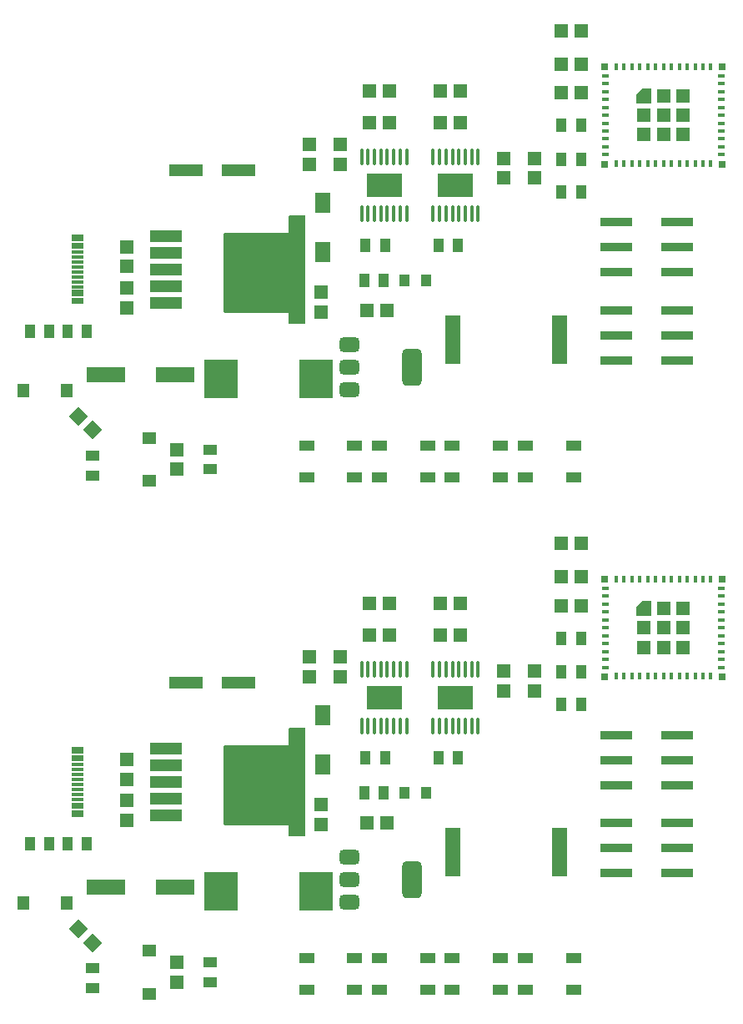
<source format=gbr>
%TF.GenerationSoftware,KiCad,Pcbnew,9.0.2*%
%TF.CreationDate,2025-11-24T12:35:19-05:00*%
%TF.ProjectId,carkit PANEL,6361726b-6974-4205-9041-4e454c2e6b69,rev?*%
%TF.SameCoordinates,Original*%
%TF.FileFunction,Paste,Top*%
%TF.FilePolarity,Positive*%
%FSLAX46Y46*%
G04 Gerber Fmt 4.6, Leading zero omitted, Abs format (unit mm)*
G04 Created by KiCad (PCBNEW 9.0.2) date 2025-11-24 12:35:19*
%MOMM*%
%LPD*%
G01*
G04 APERTURE LIST*
G04 Aperture macros list*
%AMRoundRect*
0 Rectangle with rounded corners*
0 $1 Rounding radius*
0 $2 $3 $4 $5 $6 $7 $8 $9 X,Y pos of 4 corners*
0 Add a 4 corners polygon primitive as box body*
4,1,4,$2,$3,$4,$5,$6,$7,$8,$9,$2,$3,0*
0 Add four circle primitives for the rounded corners*
1,1,$1+$1,$2,$3*
1,1,$1+$1,$4,$5*
1,1,$1+$1,$6,$7*
1,1,$1+$1,$8,$9*
0 Add four rect primitives between the rounded corners*
20,1,$1+$1,$2,$3,$4,$5,0*
20,1,$1+$1,$4,$5,$6,$7,0*
20,1,$1+$1,$6,$7,$8,$9,0*
20,1,$1+$1,$8,$9,$2,$3,0*%
%AMRotRect*
0 Rectangle, with rotation*
0 The origin of the aperture is its center*
0 $1 length*
0 $2 width*
0 $3 Rotation angle, in degrees counterclockwise*
0 Add horizontal line*
21,1,$1,$2,0,0,$3*%
%AMFreePoly0*
4,1,21,4.105355,5.815355,4.120000,5.780000,4.120000,-5.140000,4.105355,-5.175355,4.070000,-5.190000,2.540000,-5.190000,2.504645,-5.175355,2.490000,-5.140000,2.490000,-4.050000,-4.060000,-4.050000,-4.095355,-4.035355,-4.110000,-4.000000,-4.110000,4.000000,-4.095355,4.035355,-4.060000,4.050000,2.490000,4.050000,2.490000,5.780000,2.504645,5.815355,2.540000,5.830000,4.070000,5.830000,
4.105355,5.815355,4.105355,5.815355,$1*%
%AMFreePoly1*
4,1,6,0.725000,-0.725000,-0.725000,-0.725000,-0.725000,0.125000,-0.125000,0.725000,0.725000,0.725000,0.725000,-0.725000,0.725000,-0.725000,$1*%
G04 Aperture macros list end*
%ADD10R,1.350000X1.410000*%
%ADD11RotRect,1.410000X1.350000X135.000000*%
%ADD12R,1.410000X1.350000*%
%ADD13FreePoly0,0.000000*%
%ADD14R,3.200000X1.150000*%
%ADD15R,3.500000X4.000000*%
%ADD16R,3.550000X2.460000*%
%ADD17O,0.340000X1.750000*%
%ADD18C,0.610000*%
%ADD19R,3.500000X1.200000*%
%ADD20RoundRect,0.375000X-0.625000X-0.375000X0.625000X-0.375000X0.625000X0.375000X-0.625000X0.375000X0*%
%ADD21RoundRect,0.500000X-0.500000X-1.400000X0.500000X-1.400000X0.500000X1.400000X-0.500000X1.400000X0*%
%ADD22R,1.540000X2.060000*%
%ADD23R,1.360000X1.230000*%
%ADD24R,1.500000X1.000000*%
%ADD25R,1.500000X5.000000*%
%ADD26R,1.130000X1.380000*%
%ADD27R,1.230000X1.360000*%
%ADD28R,4.000000X1.600000*%
%ADD29R,1.380000X1.130000*%
%ADD30R,3.300000X0.850000*%
%ADD31R,1.000000X1.250000*%
%ADD32R,0.700000X0.700000*%
%ADD33R,1.450000X1.450000*%
%ADD34FreePoly1,0.000000*%
%ADD35R,0.400000X0.800000*%
%ADD36R,0.800000X0.400000*%
%ADD37R,1.300000X0.300000*%
G04 APERTURE END LIST*
D10*
%TO.C,C23*%
X96941250Y-61158750D03*
X96941250Y-59158750D03*
%TD*%
D11*
%TO.C,C25*%
X72327038Y-71744538D03*
X73741250Y-73158750D03*
%TD*%
D12*
%TO.C,C27*%
X123341250Y-32663750D03*
X121341250Y-32663750D03*
%TD*%
D13*
%TO.C,U7*%
X91221250Y-57188750D03*
D14*
X81201250Y-60268750D03*
X81201250Y-58568750D03*
X81201250Y-56868750D03*
X81201250Y-55168750D03*
X81201250Y-53468750D03*
%TD*%
D15*
%TO.C,L2*%
X86821250Y-67958750D03*
X96421250Y-67958750D03*
%TD*%
D16*
%TO.C,U10*%
X110621250Y-48288750D03*
D17*
X108341250Y-45418750D03*
X108991250Y-45418750D03*
X109641250Y-45418750D03*
X110301250Y-45418750D03*
X110951250Y-45418750D03*
X111601250Y-45418750D03*
X112251250Y-45418750D03*
X112901250Y-45418750D03*
X112901250Y-51158750D03*
X112251250Y-51158750D03*
X111601250Y-51158750D03*
X110951250Y-51158750D03*
X110301250Y-51158750D03*
X109641250Y-51158750D03*
X108991250Y-51158750D03*
X108341250Y-51158750D03*
D18*
X111121250Y-48788750D03*
X111121250Y-47788750D03*
X110121250Y-48788750D03*
X110121250Y-47788750D03*
%TD*%
D10*
%TO.C,C21*%
X77221250Y-54558750D03*
X77221250Y-56558750D03*
%TD*%
D16*
%TO.C,U9*%
X103366250Y-48288750D03*
D17*
X101086250Y-45418750D03*
X101736250Y-45418750D03*
X102386250Y-45418750D03*
X103046250Y-45418750D03*
X103696250Y-45418750D03*
X104346250Y-45418750D03*
X104996250Y-45418750D03*
X105646250Y-45418750D03*
X105646250Y-51158750D03*
X104996250Y-51158750D03*
X104346250Y-51158750D03*
X103696250Y-51158750D03*
X103046250Y-51158750D03*
X102386250Y-51158750D03*
X101736250Y-51158750D03*
X101086250Y-51158750D03*
D18*
X103866250Y-48788750D03*
X103866250Y-47788750D03*
X102866250Y-48788750D03*
X102866250Y-47788750D03*
%TD*%
D19*
%TO.C,C20*%
X88611250Y-46758750D03*
X83271250Y-46758750D03*
%TD*%
D12*
%TO.C,C29*%
X121341250Y-38958750D03*
X123341250Y-38958750D03*
%TD*%
D20*
%TO.C,U8*%
X99871250Y-69088750D03*
D21*
X106171250Y-66788750D03*
D20*
X99871250Y-66788750D03*
X99871250Y-64488750D03*
%TD*%
D22*
%TO.C,D7*%
X97141250Y-55058750D03*
X97141250Y-50058750D03*
%TD*%
D23*
%TO.C,SW4*%
X79541250Y-73958750D03*
X79541250Y-78318750D03*
%TD*%
D12*
%TO.C,C35*%
X111066250Y-38758750D03*
X109066250Y-38758750D03*
%TD*%
D24*
%TO.C,D11*%
X102891250Y-77958750D03*
X102891250Y-74758750D03*
X107791250Y-74758750D03*
X107791250Y-77958750D03*
%TD*%
D10*
%TO.C,C26*%
X82341250Y-75138750D03*
X82341250Y-77138750D03*
%TD*%
D25*
%TO.C,BUZZER2*%
X121141250Y-63958750D03*
X110341250Y-63958750D03*
%TD*%
D26*
%TO.C,R19*%
X103466250Y-54388750D03*
X101466250Y-54388750D03*
%TD*%
D12*
%TO.C,C28*%
X123341250Y-36013750D03*
X121341250Y-36013750D03*
%TD*%
%TO.C,C34*%
X109066250Y-41958750D03*
X111066250Y-41958750D03*
%TD*%
D27*
%TO.C,SW3*%
X66781250Y-69158750D03*
X71141250Y-69158750D03*
%TD*%
D28*
%TO.C,C38*%
X82141250Y-67558750D03*
X75141250Y-67558750D03*
%TD*%
D26*
%TO.C,R11*%
X123341250Y-42263750D03*
X121341250Y-42263750D03*
%TD*%
%TO.C,R13*%
X67401250Y-63108750D03*
X69401250Y-63108750D03*
%TD*%
D12*
%TO.C,C30*%
X101866250Y-41958750D03*
X103866250Y-41958750D03*
%TD*%
D10*
%TO.C,C22*%
X77221250Y-58758750D03*
X77221250Y-60758750D03*
%TD*%
D26*
%TO.C,R14*%
X71201250Y-63108750D03*
X73201250Y-63108750D03*
%TD*%
D12*
%TO.C,C31*%
X101866250Y-38758750D03*
X103866250Y-38758750D03*
%TD*%
%TO.C,C24*%
X101621250Y-60988750D03*
X103621250Y-60988750D03*
%TD*%
D24*
%TO.C,D10*%
X110291250Y-77958750D03*
X110291250Y-74758750D03*
X115191250Y-74758750D03*
X115191250Y-77958750D03*
%TD*%
D29*
%TO.C,R15*%
X73741250Y-75758750D03*
X73741250Y-77758750D03*
%TD*%
%TO.C,R16*%
X85741250Y-77138750D03*
X85741250Y-75138750D03*
%TD*%
D26*
%TO.C,R12*%
X123341250Y-45663750D03*
X121341250Y-45663750D03*
%TD*%
D30*
%TO.C,J9*%
X126941250Y-60988750D03*
X133081250Y-60988750D03*
X126941250Y-63528750D03*
X133081250Y-63528750D03*
X126941250Y-66068750D03*
X133081250Y-66068750D03*
%TD*%
D10*
%TO.C,C33*%
X95741250Y-44188750D03*
X95741250Y-46188750D03*
%TD*%
%TO.C,C36*%
X115466250Y-47588750D03*
X115466250Y-45588750D03*
%TD*%
D24*
%TO.C,D8*%
X117691250Y-77958750D03*
X117691250Y-74758750D03*
X122591250Y-74758750D03*
X122591250Y-77958750D03*
%TD*%
D30*
%TO.C,J10*%
X126941250Y-52078750D03*
X133081250Y-52078750D03*
X126941250Y-54618750D03*
X133081250Y-54618750D03*
X126941250Y-57158750D03*
X133081250Y-57158750D03*
%TD*%
D26*
%TO.C,R18*%
X123341250Y-48958750D03*
X121341250Y-48958750D03*
%TD*%
D31*
%TO.C,D9*%
X105441250Y-57958750D03*
X107641250Y-57958750D03*
%TD*%
D26*
%TO.C,R20*%
X110866250Y-54388750D03*
X108866250Y-54388750D03*
%TD*%
D10*
%TO.C,C37*%
X118666250Y-47588750D03*
X118666250Y-45588750D03*
%TD*%
D32*
%TO.C,U6*%
X125791250Y-36263750D03*
X125791250Y-46163750D03*
X137691250Y-46163750D03*
X137691250Y-36263750D03*
D33*
X133716250Y-43188750D03*
X133716250Y-41213750D03*
X133716250Y-39238750D03*
X131741250Y-43188750D03*
X131741250Y-41213750D03*
X131741250Y-39238750D03*
X129766250Y-43188750D03*
X129766250Y-41213750D03*
D34*
X129766250Y-39238750D03*
D35*
X126941250Y-36313750D03*
X127741250Y-36313750D03*
X128541250Y-36313750D03*
X129341250Y-36313750D03*
X130141250Y-36313750D03*
X130941250Y-36313750D03*
X131741250Y-36313750D03*
X132541250Y-36313750D03*
X133341250Y-36313750D03*
X134141250Y-36313750D03*
X134941250Y-36313750D03*
X135741250Y-36313750D03*
X136541250Y-36313750D03*
D36*
X137641250Y-37213750D03*
X137641250Y-38013750D03*
X137641250Y-38813750D03*
X137641250Y-39613750D03*
X137641250Y-40413750D03*
X137641250Y-41213750D03*
X137641250Y-42013750D03*
X137641250Y-42813750D03*
X137641250Y-43613750D03*
X137641250Y-44413750D03*
X137641250Y-45213750D03*
D35*
X136541250Y-46113750D03*
X135741250Y-46113750D03*
X134941250Y-46113750D03*
X134141250Y-46113750D03*
X133341250Y-46113750D03*
X132541250Y-46113750D03*
X131741250Y-46113750D03*
X130941250Y-46113750D03*
X130141250Y-46113750D03*
X129341250Y-46113750D03*
X128541250Y-46113750D03*
X127741250Y-46113750D03*
X126941250Y-46113750D03*
D36*
X125841250Y-45213750D03*
X125841250Y-44413750D03*
X125841250Y-43613750D03*
X125841250Y-42813750D03*
X125841250Y-42013750D03*
X125841250Y-41213750D03*
X125841250Y-40413750D03*
X125841250Y-39613750D03*
X125841250Y-38813750D03*
X125841250Y-38013750D03*
X125841250Y-37213750D03*
%TD*%
D37*
%TO.C,P2*%
X72263750Y-53808750D03*
X72263750Y-54608750D03*
X72263750Y-55108750D03*
X72263750Y-56108750D03*
X72263750Y-57608750D03*
X72263750Y-58608750D03*
X72263750Y-59108750D03*
X72263750Y-59908750D03*
X72263750Y-60208750D03*
X72263750Y-59408750D03*
X72263750Y-58108750D03*
X72263750Y-57108750D03*
X72263750Y-56608750D03*
X72263750Y-55608750D03*
X72263750Y-54308750D03*
X72263750Y-53508750D03*
%TD*%
D26*
%TO.C,R17*%
X103341250Y-57958750D03*
X101341250Y-57958750D03*
%TD*%
D24*
%TO.C,D12*%
X95491250Y-77958750D03*
X95491250Y-74758750D03*
X100391250Y-74758750D03*
X100391250Y-77958750D03*
%TD*%
D10*
%TO.C,C32*%
X98941250Y-44188750D03*
X98941250Y-46188750D03*
%TD*%
%TO.C,C4*%
X96941250Y-113158750D03*
X96941250Y-111158750D03*
%TD*%
D11*
%TO.C,C6*%
X72327038Y-123744538D03*
X73741250Y-125158750D03*
%TD*%
D12*
%TO.C,C8*%
X123341250Y-84663750D03*
X121341250Y-84663750D03*
%TD*%
D13*
%TO.C,U2*%
X91221250Y-109188750D03*
D14*
X81201250Y-112268750D03*
X81201250Y-110568750D03*
X81201250Y-108868750D03*
X81201250Y-107168750D03*
X81201250Y-105468750D03*
%TD*%
D15*
%TO.C,L1*%
X86821250Y-119958750D03*
X96421250Y-119958750D03*
%TD*%
D20*
%TO.C,U3*%
X99871250Y-121088750D03*
D21*
X106171250Y-118788750D03*
D20*
X99871250Y-118788750D03*
X99871250Y-116488750D03*
%TD*%
D22*
%TO.C,D1*%
X97141250Y-107058750D03*
X97141250Y-102058750D03*
%TD*%
D23*
%TO.C,SW2*%
X79541250Y-125958750D03*
X79541250Y-130318750D03*
%TD*%
D10*
%TO.C,C2*%
X77221250Y-106558750D03*
X77221250Y-108558750D03*
%TD*%
D24*
%TO.C,D5*%
X102891250Y-129958750D03*
X102891250Y-126758750D03*
X107791250Y-126758750D03*
X107791250Y-129958750D03*
%TD*%
D10*
%TO.C,C7*%
X82341250Y-127138750D03*
X82341250Y-129138750D03*
%TD*%
D25*
%TO.C,BUZZER1*%
X121141250Y-115958750D03*
X110341250Y-115958750D03*
%TD*%
D12*
%TO.C,C9*%
X123341250Y-88013750D03*
X121341250Y-88013750D03*
%TD*%
%TO.C,C15*%
X109066250Y-93958750D03*
X111066250Y-93958750D03*
%TD*%
D27*
%TO.C,SW1*%
X66781250Y-121158750D03*
X71141250Y-121158750D03*
%TD*%
D12*
%TO.C,C16*%
X111066250Y-90758750D03*
X109066250Y-90758750D03*
%TD*%
D28*
%TO.C,C19*%
X82141250Y-119558750D03*
X75141250Y-119558750D03*
%TD*%
D26*
%TO.C,R1*%
X123341250Y-94263750D03*
X121341250Y-94263750D03*
%TD*%
%TO.C,R3*%
X67401250Y-115108750D03*
X69401250Y-115108750D03*
%TD*%
D12*
%TO.C,C11*%
X101866250Y-93958750D03*
X103866250Y-93958750D03*
%TD*%
D10*
%TO.C,C3*%
X77221250Y-110758750D03*
X77221250Y-112758750D03*
%TD*%
D26*
%TO.C,R4*%
X71201250Y-115108750D03*
X73201250Y-115108750D03*
%TD*%
%TO.C,R9*%
X103466250Y-106388750D03*
X101466250Y-106388750D03*
%TD*%
D16*
%TO.C,U5*%
X110621250Y-100288750D03*
D17*
X108341250Y-97418750D03*
X108991250Y-97418750D03*
X109641250Y-97418750D03*
X110301250Y-97418750D03*
X110951250Y-97418750D03*
X111601250Y-97418750D03*
X112251250Y-97418750D03*
X112901250Y-97418750D03*
X112901250Y-103158750D03*
X112251250Y-103158750D03*
X111601250Y-103158750D03*
X110951250Y-103158750D03*
X110301250Y-103158750D03*
X109641250Y-103158750D03*
X108991250Y-103158750D03*
X108341250Y-103158750D03*
D18*
X111121250Y-100788750D03*
X111121250Y-99788750D03*
X110121250Y-100788750D03*
X110121250Y-99788750D03*
%TD*%
D12*
%TO.C,C12*%
X101866250Y-90758750D03*
X103866250Y-90758750D03*
%TD*%
%TO.C,C10*%
X121341250Y-90958750D03*
X123341250Y-90958750D03*
%TD*%
%TO.C,C5*%
X101621250Y-112988750D03*
X103621250Y-112988750D03*
%TD*%
D24*
%TO.C,D4*%
X110291250Y-129958750D03*
X110291250Y-126758750D03*
X115191250Y-126758750D03*
X115191250Y-129958750D03*
%TD*%
D29*
%TO.C,R5*%
X73741250Y-127758750D03*
X73741250Y-129758750D03*
%TD*%
%TO.C,R6*%
X85741250Y-129138750D03*
X85741250Y-127138750D03*
%TD*%
D26*
%TO.C,R2*%
X123341250Y-97663750D03*
X121341250Y-97663750D03*
%TD*%
D30*
%TO.C,J3*%
X126941250Y-112988750D03*
X133081250Y-112988750D03*
X126941250Y-115528750D03*
X133081250Y-115528750D03*
X126941250Y-118068750D03*
X133081250Y-118068750D03*
%TD*%
D10*
%TO.C,C14*%
X95741250Y-96188750D03*
X95741250Y-98188750D03*
%TD*%
%TO.C,C17*%
X115466250Y-99588750D03*
X115466250Y-97588750D03*
%TD*%
D24*
%TO.C,D2*%
X117691250Y-129958750D03*
X117691250Y-126758750D03*
X122591250Y-126758750D03*
X122591250Y-129958750D03*
%TD*%
D30*
%TO.C,J4*%
X126941250Y-104078750D03*
X133081250Y-104078750D03*
X126941250Y-106618750D03*
X133081250Y-106618750D03*
X126941250Y-109158750D03*
X133081250Y-109158750D03*
%TD*%
D19*
%TO.C,C1*%
X88611250Y-98758750D03*
X83271250Y-98758750D03*
%TD*%
D26*
%TO.C,R8*%
X123341250Y-100958750D03*
X121341250Y-100958750D03*
%TD*%
D31*
%TO.C,D3*%
X105441250Y-109958750D03*
X107641250Y-109958750D03*
%TD*%
D16*
%TO.C,U4*%
X103366250Y-100288750D03*
D17*
X101086250Y-97418750D03*
X101736250Y-97418750D03*
X102386250Y-97418750D03*
X103046250Y-97418750D03*
X103696250Y-97418750D03*
X104346250Y-97418750D03*
X104996250Y-97418750D03*
X105646250Y-97418750D03*
X105646250Y-103158750D03*
X104996250Y-103158750D03*
X104346250Y-103158750D03*
X103696250Y-103158750D03*
X103046250Y-103158750D03*
X102386250Y-103158750D03*
X101736250Y-103158750D03*
X101086250Y-103158750D03*
D18*
X103866250Y-100788750D03*
X103866250Y-99788750D03*
X102866250Y-100788750D03*
X102866250Y-99788750D03*
%TD*%
D10*
%TO.C,C18*%
X118666250Y-99588750D03*
X118666250Y-97588750D03*
%TD*%
D37*
%TO.C,P1*%
X72263750Y-105808750D03*
X72263750Y-106608750D03*
X72263750Y-107108750D03*
X72263750Y-108108750D03*
X72263750Y-109608750D03*
X72263750Y-110608750D03*
X72263750Y-111108750D03*
X72263750Y-111908750D03*
X72263750Y-112208750D03*
X72263750Y-111408750D03*
X72263750Y-110108750D03*
X72263750Y-109108750D03*
X72263750Y-108608750D03*
X72263750Y-107608750D03*
X72263750Y-106308750D03*
X72263750Y-105508750D03*
%TD*%
D26*
%TO.C,R7*%
X103341250Y-109958750D03*
X101341250Y-109958750D03*
%TD*%
D24*
%TO.C,D6*%
X95491250Y-129958750D03*
X95491250Y-126758750D03*
X100391250Y-126758750D03*
X100391250Y-129958750D03*
%TD*%
D26*
%TO.C,R10*%
X110866250Y-106388750D03*
X108866250Y-106388750D03*
%TD*%
D10*
%TO.C,C13*%
X98941250Y-96188750D03*
X98941250Y-98188750D03*
%TD*%
D32*
%TO.C,U1*%
X125791250Y-88263750D03*
X125791250Y-98163750D03*
X137691250Y-98163750D03*
X137691250Y-88263750D03*
D33*
X133716250Y-95188750D03*
X133716250Y-93213750D03*
X133716250Y-91238750D03*
X131741250Y-95188750D03*
X131741250Y-93213750D03*
X131741250Y-91238750D03*
X129766250Y-95188750D03*
X129766250Y-93213750D03*
D34*
X129766250Y-91238750D03*
D35*
X126941250Y-88313750D03*
X127741250Y-88313750D03*
X128541250Y-88313750D03*
X129341250Y-88313750D03*
X130141250Y-88313750D03*
X130941250Y-88313750D03*
X131741250Y-88313750D03*
X132541250Y-88313750D03*
X133341250Y-88313750D03*
X134141250Y-88313750D03*
X134941250Y-88313750D03*
X135741250Y-88313750D03*
X136541250Y-88313750D03*
D36*
X137641250Y-89213750D03*
X137641250Y-90013750D03*
X137641250Y-90813750D03*
X137641250Y-91613750D03*
X137641250Y-92413750D03*
X137641250Y-93213750D03*
X137641250Y-94013750D03*
X137641250Y-94813750D03*
X137641250Y-95613750D03*
X137641250Y-96413750D03*
X137641250Y-97213750D03*
D35*
X136541250Y-98113750D03*
X135741250Y-98113750D03*
X134941250Y-98113750D03*
X134141250Y-98113750D03*
X133341250Y-98113750D03*
X132541250Y-98113750D03*
X131741250Y-98113750D03*
X130941250Y-98113750D03*
X130141250Y-98113750D03*
X129341250Y-98113750D03*
X128541250Y-98113750D03*
X127741250Y-98113750D03*
X126941250Y-98113750D03*
D36*
X125841250Y-97213750D03*
X125841250Y-96413750D03*
X125841250Y-95613750D03*
X125841250Y-94813750D03*
X125841250Y-94013750D03*
X125841250Y-93213750D03*
X125841250Y-92413750D03*
X125841250Y-91613750D03*
X125841250Y-90813750D03*
X125841250Y-90013750D03*
X125841250Y-89213750D03*
%TD*%
M02*

</source>
